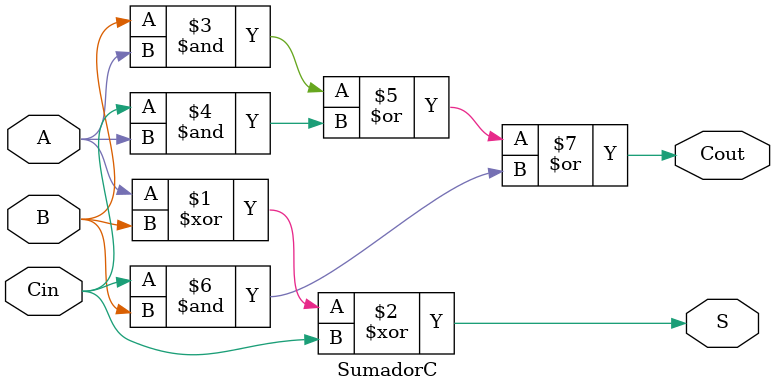
<source format=v>
`timescale 1ns / 1ps


module SumadorC(
  Cin,
  A,
  B,
  S,
  Cout
  );

  input Cin;
  input A;
  input B;
  output S;
  output Cout;

  assign S = A ^ B ^ Cin;
  assign Cout = (B & A) | (Cin & A) | (Cin & B);
endmodule

</source>
